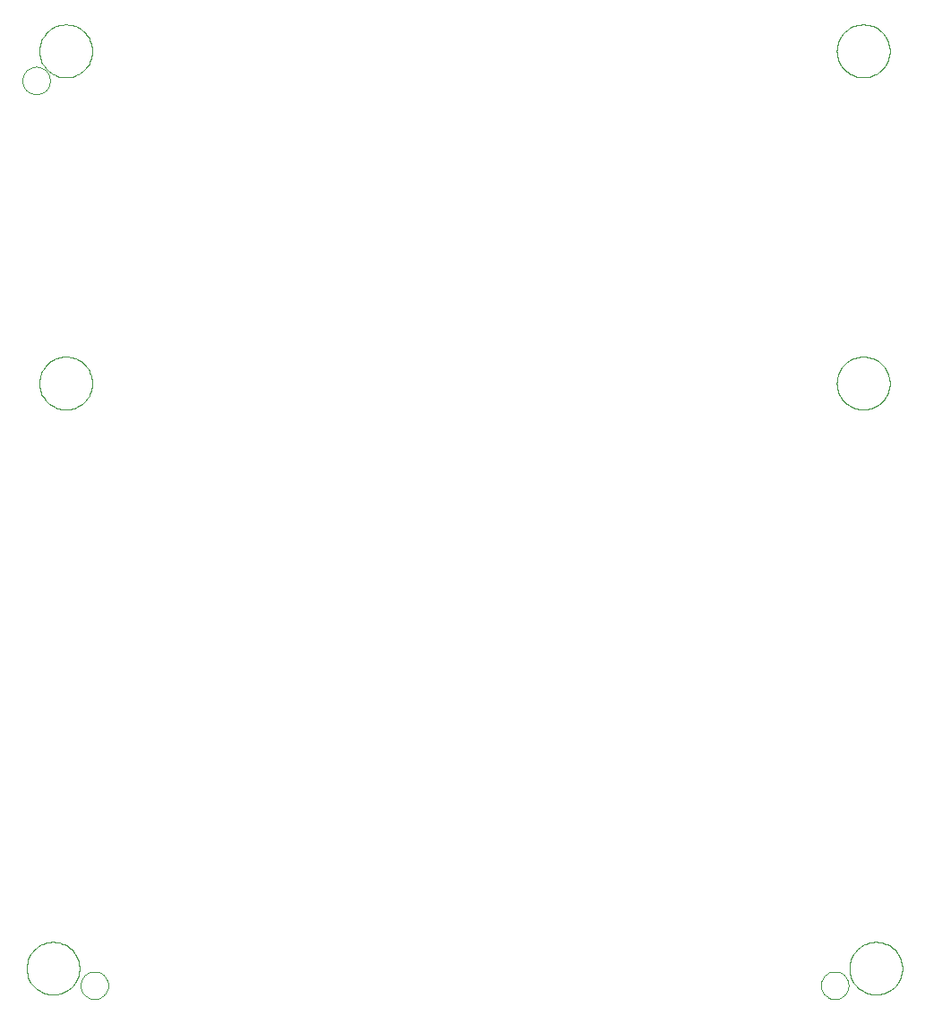
<source format=gko>
%FSTAX23Y23*%
%MOIN*%
%SFA1B1*%

%IPPOS*%
%ADD121C,0.003900*%
%LNrelaytester-1*%
%LPD*%
G54D121*
X00366Y00078D02*
D01*
X00366Y00082*
X00365Y00085*
X00365Y00089*
X00364Y00092*
X00363Y00096*
X00361Y00099*
X0036Y00102*
X00358Y00105*
X00356Y00108*
X00354Y00111*
X00351Y00114*
X00349Y00116*
X00346Y00119*
X00343Y00121*
X0034Y00123*
X00337Y00124*
X00334Y00126*
X0033Y00127*
X00327Y00128*
X00323Y00129*
X0032Y00129*
X00316Y00129*
X00313*
X00309Y00129*
X00306Y00129*
X00302Y00128*
X00299Y00127*
X00295Y00126*
X00292Y00124*
X00289Y00123*
X00286Y00121*
X00283Y00119*
X0028Y00116*
X00278Y00114*
X00275Y00111*
X00273Y00108*
X00271Y00105*
X00269Y00102*
X00268Y00099*
X00266Y00096*
X00265Y00092*
X00264Y00089*
X00264Y00085*
X00263Y00082*
X00263Y00078*
X00263Y00075*
X00264Y00071*
X00264Y00068*
X00265Y00064*
X00266Y00061*
X00268Y00057*
X00269Y00054*
X00271Y00051*
X00273Y00048*
X00275Y00045*
X00278Y00043*
X0028Y0004*
X00283Y00038*
X00286Y00036*
X00289Y00034*
X00292Y00032*
X00295Y00031*
X00299Y00029*
X00302Y00028*
X00306Y00028*
X00309Y00027*
X00313Y00027*
X00316*
X0032Y00027*
X00323Y00028*
X00327Y00028*
X0033Y00029*
X00334Y00031*
X00337Y00032*
X0034Y00034*
X00343Y00036*
X00346Y00038*
X00349Y0004*
X00351Y00043*
X00354Y00045*
X00356Y00048*
X00358Y00051*
X0036Y00054*
X00361Y00057*
X00363Y00061*
X00364Y00064*
X00365Y00068*
X00365Y00071*
X00366Y00075*
X00366Y00078*
X00149Y03444D02*
D01*
X00149Y03448*
X00149Y03452*
X00148Y03455*
X00147Y03459*
X00146Y03462*
X00145Y03465*
X00143Y03468*
X00142Y03472*
X0014Y03475*
X00137Y03477*
X00135Y0348*
X00132Y03483*
X0013Y03485*
X00127Y03487*
X00124Y03489*
X0012Y03491*
X00117Y03492*
X00114Y03493*
X0011Y03494*
X00107Y03495*
X00103Y03495*
X001Y03496*
X00096*
X00093Y03495*
X00089Y03495*
X00086Y03494*
X00082Y03493*
X00079Y03492*
X00076Y03491*
X00072Y03489*
X00069Y03487*
X00066Y03485*
X00064Y03483*
X00061Y0348*
X00059Y03477*
X00056Y03475*
X00054Y03472*
X00053Y03468*
X00051Y03465*
X0005Y03462*
X00049Y03459*
X00048Y03455*
X00047Y03452*
X00047Y03448*
X00047Y03444*
X00047Y03441*
X00047Y03437*
X00048Y03434*
X00049Y0343*
X0005Y03427*
X00051Y03424*
X00053Y0342*
X00054Y03417*
X00056Y03414*
X00059Y03411*
X00061Y03409*
X00064Y03406*
X00066Y03404*
X00069Y03402*
X00072Y034*
X00076Y03398*
X00079Y03397*
X00082Y03396*
X00086Y03395*
X00089Y03394*
X00093Y03393*
X00096Y03393*
X001*
X00103Y03393*
X00107Y03394*
X0011Y03395*
X00114Y03396*
X00117Y03397*
X0012Y03398*
X00124Y034*
X00127Y03402*
X0013Y03404*
X00132Y03406*
X00135Y03409*
X00137Y03411*
X0014Y03414*
X00142Y03417*
X00143Y0342*
X00145Y03424*
X00146Y03427*
X00147Y0343*
X00148Y03434*
X00149Y03437*
X00149Y03441*
X00149Y03444*
X03122Y00078D02*
D01*
X03122Y00082*
X03121Y00085*
X03121Y00089*
X0312Y00092*
X03119Y00096*
X03117Y00099*
X03116Y00102*
X03114Y00105*
X03112Y00108*
X0311Y00111*
X03107Y00114*
X03105Y00116*
X03102Y00119*
X03099Y00121*
X03096Y00123*
X03093Y00124*
X0309Y00126*
X03086Y00127*
X03083Y00128*
X03079Y00129*
X03076Y00129*
X03072Y00129*
X03069*
X03065Y00129*
X03061Y00129*
X03058Y00128*
X03055Y00127*
X03051Y00126*
X03048Y00124*
X03045Y00123*
X03042Y00121*
X03039Y00119*
X03036Y00116*
X03033Y00114*
X03031Y00111*
X03029Y00108*
X03027Y00105*
X03025Y00102*
X03024Y00099*
X03022Y00096*
X03021Y00092*
X0302Y00089*
X0302Y00085*
X03019Y00082*
X03019Y00078*
X03019Y00075*
X0302Y00071*
X0302Y00068*
X03021Y00064*
X03022Y00061*
X03024Y00057*
X03025Y00054*
X03027Y00051*
X03029Y00048*
X03031Y00045*
X03033Y00043*
X03036Y0004*
X03039Y00038*
X03042Y00036*
X03045Y00034*
X03048Y00032*
X03051Y00031*
X03055Y00029*
X03058Y00028*
X03061Y00028*
X03065Y00027*
X03069Y00027*
X03072*
X03076Y00027*
X03079Y00028*
X03083Y00028*
X03086Y00029*
X0309Y00031*
X03093Y00032*
X03096Y00034*
X03099Y00036*
X03102Y00038*
X03105Y0004*
X03107Y00043*
X0311Y00045*
X03112Y00048*
X03114Y00051*
X03116Y00054*
X03117Y00057*
X03119Y00061*
X0312Y00064*
X03121Y00068*
X03121Y00071*
X03122Y00075*
X03122Y00078*
X03275Y03555D02*
D01*
X03275Y03561*
X03274Y03568*
X03273Y03575*
X03271Y03582*
X03269Y03588*
X03267Y03595*
X03264Y03601*
X0326Y03607*
X03256Y03612*
X03252Y03618*
X03247Y03623*
X03243Y03628*
X03237Y03632*
X03232Y03636*
X03226Y0364*
X0322Y03643*
X03214Y03646*
X03207Y03648*
X03201Y0365*
X03194Y03652*
X03187Y03652*
X0318Y03653*
X03173*
X03166Y03652*
X0316Y03652*
X03153Y0365*
X03146Y03648*
X0314Y03646*
X03134Y03643*
X03128Y0364*
X03122Y03636*
X03116Y03632*
X03111Y03628*
X03106Y03623*
X03101Y03618*
X03097Y03612*
X03093Y03607*
X0309Y03601*
X03087Y03595*
X03084Y03588*
X03082Y03582*
X0308Y03575*
X03079Y03568*
X03079Y03561*
X03078Y03555*
X03079Y03548*
X03079Y03541*
X0308Y03534*
X03082Y03527*
X03084Y03521*
X03087Y03515*
X0309Y03508*
X03093Y03502*
X03097Y03497*
X03101Y03491*
X03106Y03486*
X03111Y03481*
X03116Y03477*
X03122Y03473*
X03128Y03469*
X03134Y03466*
X0314Y03463*
X03146Y03461*
X03153Y03459*
X0316Y03458*
X03166Y03457*
X03173Y03456*
X0318*
X03187Y03457*
X03194Y03458*
X03201Y03459*
X03207Y03461*
X03214Y03463*
X0322Y03466*
X03226Y03469*
X03232Y03473*
X03237Y03477*
X03243Y03481*
X03247Y03486*
X03252Y03491*
X03256Y03497*
X0326Y03502*
X03264Y03508*
X03267Y03515*
X03269Y03521*
X03271Y03527*
X03273Y03534*
X03274Y03541*
X03275Y03548*
X03275Y03555*
X00307D02*
D01*
X00306Y03561*
X00306Y03568*
X00304Y03575*
X00303Y03582*
X00301Y03588*
X00298Y03595*
X00295Y03601*
X00292Y03607*
X00288Y03612*
X00284Y03618*
X00279Y03623*
X00274Y03628*
X00269Y03632*
X00263Y03636*
X00257Y0364*
X00251Y03643*
X00245Y03646*
X00239Y03648*
X00232Y0365*
X00225Y03652*
X00218Y03652*
X00212Y03653*
X00205*
X00198Y03652*
X00191Y03652*
X00184Y0365*
X00178Y03648*
X00171Y03646*
X00165Y03643*
X00159Y0364*
X00153Y03636*
X00148Y03632*
X00142Y03628*
X00137Y03623*
X00133Y03618*
X00129Y03612*
X00125Y03607*
X00121Y03601*
X00118Y03595*
X00116Y03588*
X00114Y03582*
X00112Y03575*
X00111Y03568*
X0011Y03561*
X0011Y03555*
X0011Y03548*
X00111Y03541*
X00112Y03534*
X00114Y03527*
X00116Y03521*
X00118Y03515*
X00121Y03508*
X00125Y03502*
X00129Y03497*
X00133Y03491*
X00137Y03486*
X00142Y03481*
X00148Y03477*
X00153Y03473*
X00159Y03469*
X00165Y03466*
X00171Y03463*
X00178Y03461*
X00184Y03459*
X00191Y03458*
X00198Y03457*
X00205Y03456*
X00212*
X00218Y03457*
X00225Y03458*
X00232Y03459*
X00239Y03461*
X00245Y03463*
X00251Y03466*
X00257Y03469*
X00263Y03473*
X00269Y03477*
X00274Y03481*
X00279Y03486*
X00284Y03491*
X00288Y03497*
X00292Y03502*
X00295Y03508*
X00298Y03515*
X00301Y03521*
X00303Y03527*
X00304Y03534*
X00306Y03541*
X00306Y03548*
X00307Y03555*
Y02318D02*
D01*
X00306Y02325*
X00306Y02332*
X00304Y02339*
X00303Y02346*
X00301Y02352*
X00298Y02358*
X00295Y02365*
X00292Y02371*
X00288Y02376*
X00284Y02382*
X00279Y02387*
X00274Y02392*
X00269Y02396*
X00263Y024*
X00257Y02404*
X00251Y02407*
X00245Y0241*
X00239Y02412*
X00232Y02414*
X00225Y02415*
X00218Y02416*
X00212Y02417*
X00205*
X00198Y02416*
X00191Y02415*
X00184Y02414*
X00178Y02412*
X00171Y0241*
X00165Y02407*
X00159Y02404*
X00153Y024*
X00148Y02396*
X00142Y02392*
X00137Y02387*
X00133Y02382*
X00129Y02376*
X00125Y02371*
X00121Y02365*
X00118Y02358*
X00116Y02352*
X00114Y02346*
X00112Y02339*
X00111Y02332*
X0011Y02325*
X0011Y02318*
X0011Y02312*
X00111Y02305*
X00112Y02298*
X00114Y02291*
X00116Y02285*
X00118Y02278*
X00121Y02272*
X00125Y02266*
X00129Y02261*
X00133Y02255*
X00137Y0225*
X00142Y02245*
X00148Y02241*
X00153Y02237*
X00159Y02233*
X00165Y0223*
X00171Y02227*
X00178Y02225*
X00184Y02223*
X00191Y02221*
X00198Y02221*
X00205Y0222*
X00212*
X00218Y02221*
X00225Y02221*
X00232Y02223*
X00239Y02225*
X00245Y02227*
X00251Y0223*
X00257Y02233*
X00263Y02237*
X00269Y02241*
X00274Y02245*
X00279Y0225*
X00284Y02255*
X00288Y02261*
X00292Y02266*
X00295Y02272*
X00298Y02278*
X00301Y02285*
X00303Y02291*
X00304Y02298*
X00306Y02305*
X00306Y02312*
X00307Y02318*
X03275D02*
D01*
X03275Y02325*
X03274Y02332*
X03273Y02339*
X03271Y02346*
X03269Y02352*
X03267Y02358*
X03264Y02365*
X0326Y02371*
X03256Y02376*
X03252Y02382*
X03247Y02387*
X03243Y02392*
X03237Y02396*
X03232Y024*
X03226Y02404*
X0322Y02407*
X03214Y0241*
X03207Y02412*
X03201Y02414*
X03194Y02415*
X03187Y02416*
X0318Y02417*
X03173*
X03166Y02416*
X0316Y02415*
X03153Y02414*
X03146Y02412*
X0314Y0241*
X03134Y02407*
X03128Y02404*
X03122Y024*
X03116Y02396*
X03111Y02392*
X03106Y02387*
X03101Y02382*
X03097Y02376*
X03093Y02371*
X0309Y02365*
X03087Y02358*
X03084Y02352*
X03082Y02346*
X0308Y02339*
X03079Y02332*
X03079Y02325*
X03078Y02318*
X03079Y02312*
X03079Y02305*
X0308Y02298*
X03082Y02291*
X03084Y02285*
X03087Y02278*
X0309Y02272*
X03093Y02266*
X03097Y02261*
X03101Y02255*
X03106Y0225*
X03111Y02245*
X03116Y02241*
X03122Y02237*
X03128Y02233*
X03134Y0223*
X0314Y02227*
X03146Y02225*
X03153Y02223*
X0316Y02221*
X03166Y02221*
X03173Y0222*
X0318*
X03187Y02221*
X03194Y02221*
X03201Y02223*
X03207Y02225*
X03214Y02227*
X0322Y0223*
X03226Y02233*
X03232Y02237*
X03237Y02241*
X03243Y02245*
X03247Y0225*
X03252Y02255*
X03256Y02261*
X0326Y02266*
X03264Y02272*
X03267Y02278*
X03269Y02285*
X03271Y02291*
X03273Y02298*
X03274Y02305*
X03275Y02312*
X03275Y02318*
X03322Y00141D02*
D01*
X03322Y00148*
X03321Y00155*
X0332Y00162*
X03318Y00168*
X03316Y00175*
X03314Y00181*
X03311Y00187*
X03307Y00193*
X03304Y00199*
X03299Y00204*
X03295Y0021*
X0329Y00214*
X03284Y00219*
X03279Y00223*
X03273Y00226*
X03267Y0023*
X03261Y00232*
X03254Y00235*
X03248Y00237*
X03241Y00238*
X03234Y00239*
X03227Y0024*
X0322*
X03214Y00239*
X03207Y00238*
X032Y00237*
X03193Y00235*
X03187Y00232*
X03181Y0023*
X03175Y00226*
X03169Y00223*
X03163Y00219*
X03158Y00214*
X03153Y0021*
X03149Y00204*
X03144Y00199*
X0314Y00193*
X03137Y00187*
X03134Y00181*
X03131Y00175*
X03129Y00168*
X03128Y00162*
X03126Y00155*
X03126Y00148*
X03126Y00141*
X03126Y00134*
X03126Y00128*
X03128Y00121*
X03129Y00114*
X03131Y00108*
X03134Y00101*
X03137Y00095*
X0314Y00089*
X03144Y00083*
X03149Y00078*
X03153Y00073*
X03158Y00068*
X03163Y00064*
X03169Y0006*
X03175Y00056*
X03181Y00053*
X03187Y0005*
X03193Y00048*
X032Y00046*
X03207Y00044*
X03214Y00043*
X0322Y00043*
X03227*
X03234Y00043*
X03241Y00044*
X03248Y00046*
X03254Y00048*
X03261Y0005*
X03267Y00053*
X03273Y00056*
X03279Y0006*
X03284Y00064*
X0329Y00068*
X03295Y00073*
X03299Y00078*
X03304Y00083*
X03307Y00089*
X03311Y00095*
X03314Y00101*
X03316Y00108*
X03318Y00114*
X0332Y00121*
X03321Y00128*
X03322Y00134*
X03322Y00141*
X00259D02*
D01*
X00259Y00148*
X00258Y00155*
X00257Y00162*
X00255Y00168*
X00253Y00175*
X00251Y00181*
X00248Y00187*
X00244Y00193*
X00241Y00199*
X00236Y00204*
X00232Y0021*
X00227Y00214*
X00221Y00219*
X00216Y00223*
X0021Y00226*
X00204Y0023*
X00198Y00232*
X00191Y00235*
X00185Y00237*
X00178Y00238*
X00171Y00239*
X00164Y0024*
X00157*
X00151Y00239*
X00144Y00238*
X00137Y00237*
X0013Y00235*
X00124Y00232*
X00118Y0023*
X00112Y00226*
X00106Y00223*
X001Y00219*
X00095Y00214*
X0009Y0021*
X00086Y00204*
X00081Y00199*
X00077Y00193*
X00074Y00187*
X00071Y00181*
X00068Y00175*
X00066Y00168*
X00065Y00162*
X00063Y00155*
X00063Y00148*
X00063Y00141*
X00063Y00134*
X00063Y00128*
X00065Y00121*
X00066Y00114*
X00068Y00108*
X00071Y00101*
X00074Y00095*
X00077Y00089*
X00081Y00083*
X00086Y00078*
X0009Y00073*
X00095Y00068*
X001Y00064*
X00106Y0006*
X00112Y00056*
X00118Y00053*
X00124Y0005*
X0013Y00048*
X00137Y00046*
X00144Y00044*
X00151Y00043*
X00157Y00043*
X00164*
X00171Y00043*
X00178Y00044*
X00185Y00046*
X00191Y00048*
X00198Y0005*
X00204Y00053*
X0021Y00056*
X00216Y0006*
X00221Y00064*
X00227Y00068*
X00232Y00073*
X00236Y00078*
X00241Y00083*
X00244Y00089*
X00248Y00095*
X00251Y00101*
X00253Y00108*
X00255Y00114*
X00257Y00121*
X00258Y00128*
X00259Y00134*
X00259Y00141*
M02*
</source>
